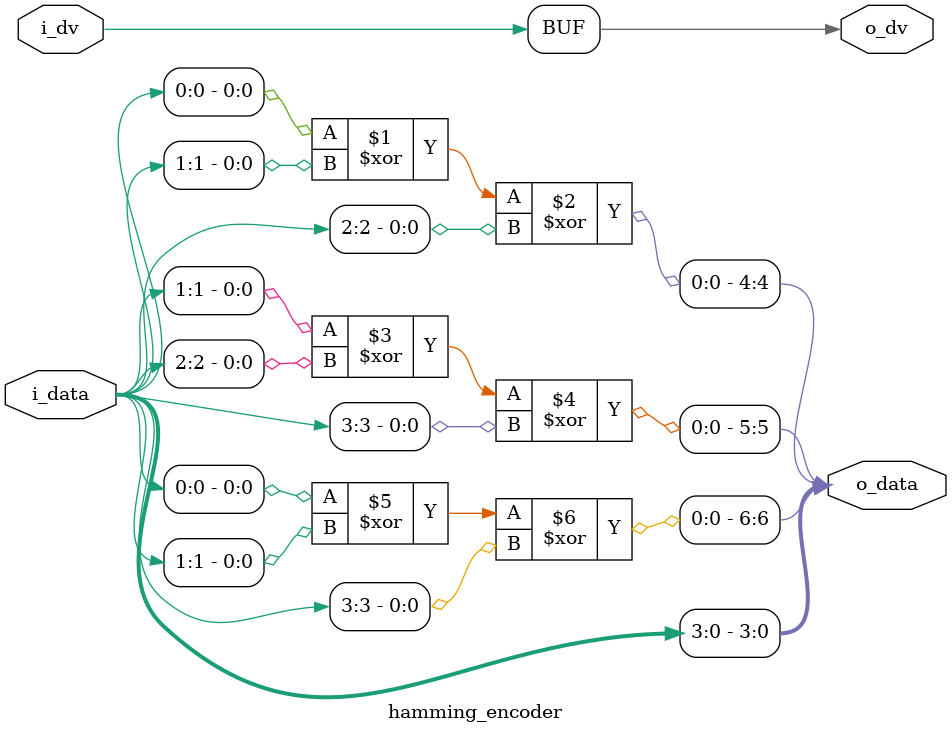
<source format=sv>
`timescale 1ns / 1ps

module hamming_encoder(
input [3:0]     i_data,
input           i_dv,
output [6:0]    o_data,
output          o_dv
    );

    assign o_data[4] = i_data[0] ^ i_data[1] ^ i_data[2];
    assign o_data[5] = i_data[1] ^ i_data[2] ^ i_data[3];
    assign o_data[6] = i_data[0] ^ i_data[1] ^ i_data[3];
    
    assign o_data[3:0] = i_data[3:0];
   
    assign o_dv = i_dv;
   
endmodule

</source>
